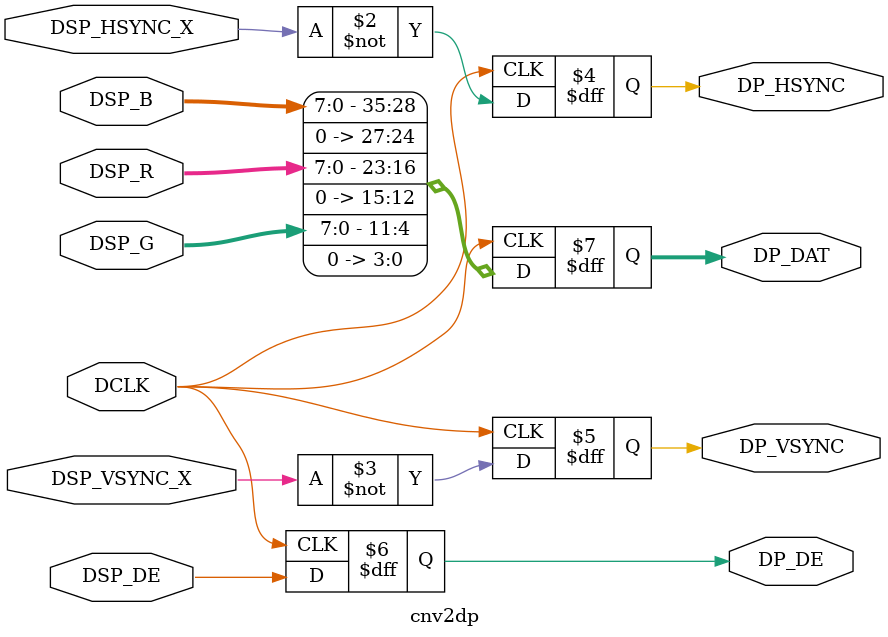
<source format=v>
module cnv2dp (
    input             DCLK,
    input             DSP_HSYNC_X,
    input             DSP_VSYNC_X,
    input             DSP_DE,
    input      [ 7:0] DSP_R,
    input      [ 7:0] DSP_G,
    input      [ 7:0] DSP_B,
    output reg        DP_HSYNC,
    output reg        DP_VSYNC,
    output reg        DP_DE,
    output reg [35:0] DP_DAT
);

  always @(posedge DCLK) begin
    DP_HSYNC     <= ~DSP_HSYNC_X;
    DP_VSYNC     <= ~DSP_VSYNC_X;
    DP_DE        <= DSP_DE;
    DP_DAT[35:0] <= {DSP_B[7:0], 4'h0, DSP_R[7:0], 4'h0, DSP_G[7:0], 4'h0};
  end

endmodule

</source>
